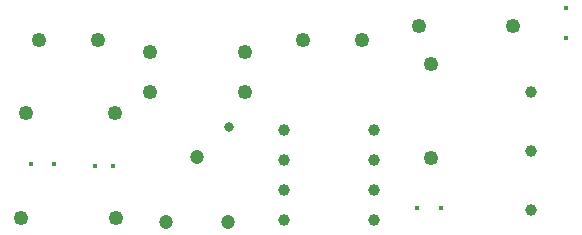
<source format=gbr>
%TF.GenerationSoftware,Altium Limited,Altium Designer,21.4.1 (30)*%
G04 Layer_Color=0*
%FSLAX45Y45*%
%MOMM*%
%TF.SameCoordinates,0739F2E6-BFB0-420A-A0D3-3909B3713C89*%
%TF.FilePolarity,Positive*%
%TF.FileFunction,Plated,1,2,PTH,Drill*%
%TF.Part,Single*%
G01*
G75*
%TA.AperFunction,OtherDrill,Pad Free-4 (21.25mm,13mm)*%
%ADD11C,0.80000*%
%TA.AperFunction,ComponentDrill*%
%ADD12C,0.45000*%
%ADD13C,0.45000*%
%ADD14C,1.25000*%
%ADD15C,1.25000*%
%ADD16C,1.00000*%
%ADD17C,1.00000*%
%ADD18C,1.20000*%
D11*
X2125000Y1300000D02*
D03*
D12*
X646100Y990599D02*
D03*
X446100Y990601D02*
D03*
X3920000Y618400D02*
D03*
X3720000Y618401D02*
D03*
X990300Y974001D02*
D03*
X1140300Y974000D02*
D03*
D13*
X4975700Y2307500D02*
D03*
Y2053500D02*
D03*
D14*
X3832700Y1037500D02*
D03*
Y1837500D02*
D03*
D15*
X2257900Y1596300D02*
D03*
X1457900D02*
D03*
Y1939200D02*
D03*
X2257900D02*
D03*
X4531200Y2155100D02*
D03*
X3731200D02*
D03*
X2753200Y2040800D02*
D03*
X3253200D02*
D03*
X513300D02*
D03*
X1013300D02*
D03*
X1159700Y1418500D02*
D03*
X409700D02*
D03*
X1165700Y529500D02*
D03*
X365700D02*
D03*
D16*
X3350100Y1278800D02*
D03*
Y1024800D02*
D03*
Y770800D02*
D03*
Y516800D02*
D03*
X2588100D02*
D03*
Y770800D02*
D03*
Y1024800D02*
D03*
Y1278800D02*
D03*
D17*
X4683600Y1601000D02*
D03*
Y1101000D02*
D03*
Y601000D02*
D03*
D18*
X1854200Y1045300D02*
D03*
X2116700Y495300D02*
D03*
X1591700D02*
D03*
%TF.MD5,c7235ff28f75008ff68b3230002d2c35*%
M02*

</source>
